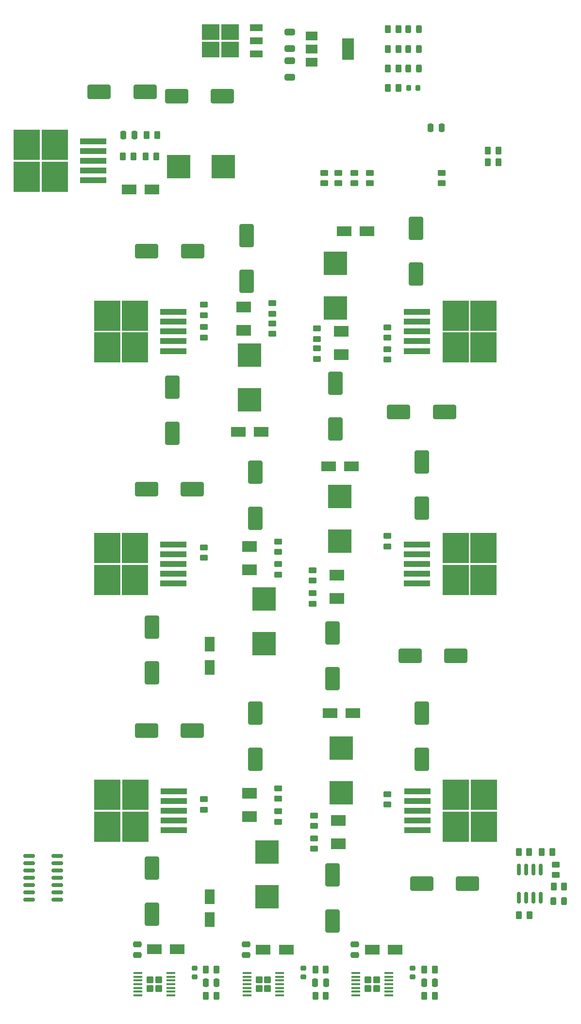
<source format=gtp>
G04 #@! TF.GenerationSoftware,KiCad,Pcbnew,(6.0.5-0)*
G04 #@! TF.CreationDate,2023-01-20T14:12:10+00:00*
G04 #@! TF.ProjectId,pipcb,70697063-622e-46b6-9963-61645f706362,rev?*
G04 #@! TF.SameCoordinates,Original*
G04 #@! TF.FileFunction,Paste,Top*
G04 #@! TF.FilePolarity,Positive*
%FSLAX46Y46*%
G04 Gerber Fmt 4.6, Leading zero omitted, Abs format (unit mm)*
G04 Created by KiCad (PCBNEW (6.0.5-0)) date 2023-01-20 14:12:10*
%MOMM*%
%LPD*%
G01*
G04 APERTURE LIST*
G04 Aperture macros list*
%AMRoundRect*
0 Rectangle with rounded corners*
0 $1 Rounding radius*
0 $2 $3 $4 $5 $6 $7 $8 $9 X,Y pos of 4 corners*
0 Add a 4 corners polygon primitive as box body*
4,1,4,$2,$3,$4,$5,$6,$7,$8,$9,$2,$3,0*
0 Add four circle primitives for the rounded corners*
1,1,$1+$1,$2,$3*
1,1,$1+$1,$4,$5*
1,1,$1+$1,$6,$7*
1,1,$1+$1,$8,$9*
0 Add four rect primitives between the rounded corners*
20,1,$1+$1,$2,$3,$4,$5,0*
20,1,$1+$1,$4,$5,$6,$7,0*
20,1,$1+$1,$6,$7,$8,$9,0*
20,1,$1+$1,$8,$9,$2,$3,0*%
G04 Aperture macros list end*
%ADD10RoundRect,0.250000X-0.450000X0.262500X-0.450000X-0.262500X0.450000X-0.262500X0.450000X0.262500X0*%
%ADD11R,2.500000X1.900000*%
%ADD12R,2.500000X1.800000*%
%ADD13RoundRect,0.250000X1.000000X-1.750000X1.000000X1.750000X-1.000000X1.750000X-1.000000X-1.750000X0*%
%ADD14RoundRect,0.250000X0.450000X-0.262500X0.450000X0.262500X-0.450000X0.262500X-0.450000X-0.262500X0*%
%ADD15RoundRect,0.250000X0.475000X-0.250000X0.475000X0.250000X-0.475000X0.250000X-0.475000X-0.250000X0*%
%ADD16RoundRect,0.250000X-1.000000X1.750000X-1.000000X-1.750000X1.000000X-1.750000X1.000000X1.750000X0*%
%ADD17RoundRect,0.250000X-0.262500X-0.450000X0.262500X-0.450000X0.262500X0.450000X-0.262500X0.450000X0*%
%ADD18RoundRect,0.250000X1.750000X1.000000X-1.750000X1.000000X-1.750000X-1.000000X1.750000X-1.000000X0*%
%ADD19R,4.100000X4.100000*%
%ADD20RoundRect,0.250000X-1.750000X-1.000000X1.750000X-1.000000X1.750000X1.000000X-1.750000X1.000000X0*%
%ADD21RoundRect,0.225000X-0.250000X0.225000X-0.250000X-0.225000X0.250000X-0.225000X0.250000X0.225000X0*%
%ADD22R,4.550000X5.250000*%
%ADD23R,4.600000X1.100000*%
%ADD24RoundRect,0.250000X-0.650000X0.325000X-0.650000X-0.325000X0.650000X-0.325000X0.650000X0.325000X0*%
%ADD25RoundRect,0.250000X-0.250000X-0.475000X0.250000X-0.475000X0.250000X0.475000X-0.250000X0.475000X0*%
%ADD26R,3.050000X2.750000*%
%ADD27R,2.200000X1.200000*%
%ADD28RoundRect,0.243750X0.243750X0.456250X-0.243750X0.456250X-0.243750X-0.456250X0.243750X-0.456250X0*%
%ADD29RoundRect,0.150000X0.150000X-0.825000X0.150000X0.825000X-0.150000X0.825000X-0.150000X-0.825000X0*%
%ADD30RoundRect,0.250001X0.354999X0.374999X-0.354999X0.374999X-0.354999X-0.374999X0.354999X-0.374999X0*%
%ADD31RoundRect,0.100000X0.687500X0.100000X-0.687500X0.100000X-0.687500X-0.100000X0.687500X-0.100000X0*%
%ADD32RoundRect,0.250000X0.650000X-0.325000X0.650000X0.325000X-0.650000X0.325000X-0.650000X-0.325000X0*%
%ADD33RoundRect,0.150000X-0.825000X-0.150000X0.825000X-0.150000X0.825000X0.150000X-0.825000X0.150000X0*%
%ADD34R,2.000000X1.500000*%
%ADD35R,2.000000X3.800000*%
%ADD36RoundRect,0.243750X-0.243750X-0.456250X0.243750X-0.456250X0.243750X0.456250X-0.243750X0.456250X0*%
%ADD37RoundRect,0.250000X0.262500X0.450000X-0.262500X0.450000X-0.262500X-0.450000X0.262500X-0.450000X0*%
%ADD38RoundRect,0.218750X0.218750X0.256250X-0.218750X0.256250X-0.218750X-0.256250X0.218750X-0.256250X0*%
%ADD39R,1.800000X2.500000*%
%ADD40RoundRect,0.250000X0.250000X0.475000X-0.250000X0.475000X-0.250000X-0.475000X0.250000X-0.475000X0*%
G04 APERTURE END LIST*
D10*
X68000000Y-5087500D03*
X68000000Y-6912500D03*
D11*
X63000000Y-32700000D03*
X63000000Y-36800000D03*
X46000000Y-32575000D03*
X46000000Y-28475000D03*
D10*
X51000000Y-31337500D03*
X51000000Y-33162500D03*
D12*
X49387500Y-140500000D03*
X53387500Y-140500000D03*
D13*
X46500000Y-24000000D03*
X46500000Y-16000000D03*
D14*
X39000000Y-72187500D03*
X39000000Y-70362500D03*
D15*
X27387500Y-141450000D03*
X27387500Y-139550000D03*
D16*
X62000000Y-41750000D03*
X62000000Y-49750000D03*
D17*
X39387500Y-144000000D03*
X41212500Y-144000000D03*
X77475000Y-148500000D03*
X79300000Y-148500000D03*
D13*
X76000000Y-22750000D03*
X76000000Y-14750000D03*
D18*
X37000000Y-102275000D03*
X29000000Y-102275000D03*
D13*
X48000000Y-107275000D03*
X48000000Y-99275000D03*
D19*
X63000000Y-105375000D03*
X63000000Y-113175000D03*
D11*
X47000000Y-74325000D03*
X47000000Y-70225000D03*
D17*
X28893750Y-2250000D03*
X30718750Y-2250000D03*
D20*
X20750000Y9000000D03*
X28750000Y9000000D03*
D21*
X56387500Y-143725000D03*
X56387500Y-145275000D03*
D12*
X65000000Y-99275000D03*
X61000000Y-99275000D03*
X30387500Y-140450000D03*
X34387500Y-140450000D03*
D16*
X61500000Y-127500000D03*
X61500000Y-135500000D03*
D14*
X100375000Y-127500000D03*
X100375000Y-125675000D03*
D19*
X34600000Y-4000000D03*
X42400000Y-4000000D03*
D10*
X65250000Y-5087500D03*
X65250000Y-6912500D03*
D22*
X87800000Y-76025000D03*
X82950000Y-70475000D03*
X82950000Y-76025000D03*
X87800000Y-70475000D03*
D23*
X76225000Y-69850000D03*
X76225000Y-71550000D03*
X76225000Y-73250000D03*
X76225000Y-74950000D03*
X76225000Y-76650000D03*
D12*
X29950000Y-8000000D03*
X25950000Y-8000000D03*
D10*
X52000000Y-112362500D03*
X52000000Y-114187500D03*
D24*
X54000000Y14475000D03*
X54000000Y11525000D03*
D20*
X75000000Y-89275000D03*
X83000000Y-89275000D03*
D25*
X39350000Y-146250000D03*
X41250000Y-146250000D03*
D14*
X71000000Y-115187500D03*
X71000000Y-113362500D03*
D26*
X40225000Y19437500D03*
X43575000Y16387500D03*
X43575000Y19437500D03*
X40225000Y16387500D03*
D27*
X48200000Y15632500D03*
X48200000Y17912500D03*
X48200000Y20192500D03*
D11*
X47000000Y-117325000D03*
X47000000Y-113225000D03*
D17*
X58475000Y-144000000D03*
X60300000Y-144000000D03*
D19*
X62750000Y-61500000D03*
X62750000Y-69300000D03*
D28*
X76500000Y13083334D03*
X74625000Y13083334D03*
D29*
X93970000Y-131475000D03*
X95240000Y-131475000D03*
X96510000Y-131475000D03*
X97780000Y-131475000D03*
X97780000Y-126525000D03*
X96510000Y-126525000D03*
X95240000Y-126525000D03*
X93970000Y-126525000D03*
D13*
X77000000Y-107275000D03*
X77000000Y-99275000D03*
D22*
X27050000Y-113500000D03*
X22200000Y-113500000D03*
X22200000Y-119050000D03*
X27050000Y-119050000D03*
D23*
X33775000Y-119675000D03*
X33775000Y-117975000D03*
X33775000Y-116275000D03*
X33775000Y-114575000D03*
X33775000Y-112875000D03*
D14*
X71000000Y-70187500D03*
X71000000Y-68362500D03*
D22*
X22150000Y-76050000D03*
X27000000Y-76050000D03*
X22150000Y-70500000D03*
X27000000Y-70500000D03*
D23*
X33725000Y-76675000D03*
X33725000Y-74975000D03*
X33725000Y-73275000D03*
X33725000Y-71575000D03*
X33725000Y-69875000D03*
D11*
X62500000Y-117950000D03*
X62500000Y-122050000D03*
D10*
X52000000Y-73275000D03*
X52000000Y-75100000D03*
D19*
X62000000Y-20850000D03*
X62000000Y-28650000D03*
D17*
X71127500Y19916666D03*
X72952500Y19916666D03*
X94000000Y-134500000D03*
X95825000Y-134500000D03*
D20*
X77000000Y-129000000D03*
X85000000Y-129000000D03*
D18*
X42250000Y8250000D03*
X34250000Y8250000D03*
D10*
X39050000Y-31975000D03*
X39050000Y-33800000D03*
D13*
X77000000Y-63500000D03*
X77000000Y-55500000D03*
D30*
X67637500Y-145725000D03*
X69137500Y-147275000D03*
X67637500Y-147275000D03*
X69137500Y-145725000D03*
D31*
X71250000Y-148450000D03*
X71250000Y-147800000D03*
X71250000Y-147150000D03*
X71250000Y-146500000D03*
X71250000Y-145850000D03*
X71250000Y-145200000D03*
X71250000Y-144550000D03*
X65525000Y-144550000D03*
X65525000Y-145200000D03*
X65525000Y-145850000D03*
X65525000Y-146500000D03*
X65525000Y-147150000D03*
X65525000Y-147800000D03*
X65525000Y-148450000D03*
D32*
X54000000Y16525000D03*
X54000000Y19475000D03*
D25*
X25000000Y1500000D03*
X26900000Y1500000D03*
D16*
X33550000Y-42475000D03*
X33550000Y-50475000D03*
D14*
X58750000Y-37537500D03*
X58750000Y-35712500D03*
D19*
X47000000Y-44650000D03*
X47000000Y-36850000D03*
D22*
X22150000Y-35525000D03*
X27000000Y-29975000D03*
X27000000Y-35525000D03*
X22150000Y-29975000D03*
D23*
X33725000Y-36150000D03*
X33725000Y-34450000D03*
X33725000Y-32750000D03*
X33725000Y-31050000D03*
X33725000Y-29350000D03*
D10*
X52000000Y-69362500D03*
X52000000Y-71187500D03*
D14*
X39000000Y-116100000D03*
X39000000Y-114275000D03*
D22*
X82950000Y-29975000D03*
X87800000Y-29975000D03*
X82950000Y-35525000D03*
X87800000Y-35525000D03*
D23*
X76225000Y-29350000D03*
X76225000Y-31050000D03*
X76225000Y-32750000D03*
X76225000Y-34450000D03*
X76225000Y-36150000D03*
D12*
X67500000Y-15250000D03*
X63500000Y-15250000D03*
D30*
X48637500Y-145725000D03*
X50137500Y-147275000D03*
X50137500Y-145725000D03*
X48637500Y-147275000D03*
D31*
X52250000Y-148450000D03*
X52250000Y-147800000D03*
X52250000Y-147150000D03*
X52250000Y-146500000D03*
X52250000Y-145850000D03*
X52250000Y-145200000D03*
X52250000Y-144550000D03*
X46525000Y-144550000D03*
X46525000Y-145200000D03*
X46525000Y-145850000D03*
X46525000Y-146500000D03*
X46525000Y-147150000D03*
X46525000Y-147800000D03*
X46525000Y-148450000D03*
D10*
X52000000Y-116362500D03*
X52000000Y-118187500D03*
D17*
X93962500Y-123500000D03*
X95787500Y-123500000D03*
D33*
X8525000Y-124190000D03*
X8525000Y-125460000D03*
X8525000Y-126730000D03*
X8525000Y-128000000D03*
X8525000Y-129270000D03*
X8525000Y-130540000D03*
X8525000Y-131810000D03*
X13475000Y-131810000D03*
X13475000Y-130540000D03*
X13475000Y-129270000D03*
X13475000Y-128000000D03*
X13475000Y-126730000D03*
X13475000Y-125460000D03*
X13475000Y-124190000D03*
D18*
X37050000Y-18750000D03*
X29050000Y-18750000D03*
D12*
X68387500Y-140500000D03*
X72387500Y-140500000D03*
D15*
X46387500Y-141450000D03*
X46387500Y-139550000D03*
D14*
X58750000Y-34037500D03*
X58750000Y-32212500D03*
D16*
X30000000Y-126275000D03*
X30000000Y-134275000D03*
D22*
X8150000Y-225000D03*
X13000000Y-5775000D03*
X13000000Y-225000D03*
X8150000Y-5775000D03*
D23*
X19725000Y-6400000D03*
X19725000Y-4700000D03*
X19725000Y-3000000D03*
X19725000Y-1300000D03*
X19725000Y400000D03*
D34*
X57850000Y18800000D03*
X57850000Y16500000D03*
D35*
X64150000Y16500000D03*
D34*
X57850000Y14200000D03*
D19*
X49500000Y-87175000D03*
X49500000Y-79375000D03*
D17*
X39387500Y-148500000D03*
X41212500Y-148500000D03*
D36*
X100000000Y-132000000D03*
X101875000Y-132000000D03*
D37*
X72952500Y13083334D03*
X71127500Y13083334D03*
D10*
X71000000Y-35837500D03*
X71000000Y-37662500D03*
D25*
X58437500Y-146250000D03*
X60337500Y-146250000D03*
D22*
X87850000Y-113500000D03*
X83000000Y-119050000D03*
X83000000Y-113500000D03*
X87850000Y-119050000D03*
D23*
X76275000Y-112875000D03*
X76275000Y-114575000D03*
X76275000Y-116275000D03*
X76275000Y-117975000D03*
X76275000Y-119675000D03*
D20*
X73000000Y-46750000D03*
X81000000Y-46750000D03*
D28*
X76500000Y16500000D03*
X74625000Y16500000D03*
D38*
X76350000Y9666666D03*
X74775000Y9666666D03*
D30*
X29637500Y-147275000D03*
X29637500Y-145725000D03*
X31137500Y-145725000D03*
X31137500Y-147275000D03*
D31*
X33250000Y-148450000D03*
X33250000Y-147800000D03*
X33250000Y-147150000D03*
X33250000Y-146500000D03*
X33250000Y-145850000D03*
X33250000Y-145200000D03*
X33250000Y-144550000D03*
X27525000Y-144550000D03*
X27525000Y-145200000D03*
X27525000Y-145850000D03*
X27525000Y-146500000D03*
X27525000Y-147150000D03*
X27525000Y-147800000D03*
X27525000Y-148450000D03*
D14*
X71000000Y-33825000D03*
X71000000Y-32000000D03*
D10*
X51000000Y-27837500D03*
X51000000Y-29662500D03*
D25*
X77437500Y-146250000D03*
X79337500Y-146250000D03*
D11*
X62250000Y-75225000D03*
X62250000Y-79325000D03*
D17*
X88587500Y-1250000D03*
X90412500Y-1250000D03*
D13*
X48000000Y-65275000D03*
X48000000Y-57275000D03*
D16*
X30000000Y-84275000D03*
X30000000Y-92275000D03*
D37*
X90412500Y-3250000D03*
X88587500Y-3250000D03*
D14*
X58250000Y-122912500D03*
X58250000Y-121087500D03*
D17*
X97962500Y-123500000D03*
X99787500Y-123500000D03*
D39*
X40000000Y-87275000D03*
X40000000Y-91275000D03*
D14*
X58000000Y-80187500D03*
X58000000Y-78362500D03*
D10*
X80500000Y-5087500D03*
X80500000Y-6912500D03*
D19*
X50000000Y-131275000D03*
X50000000Y-123475000D03*
D14*
X58000000Y-76187500D03*
X58000000Y-74362500D03*
D12*
X45000000Y-50250000D03*
X49000000Y-50250000D03*
D14*
X39050000Y-29887500D03*
X39050000Y-28062500D03*
D17*
X77475000Y-144000000D03*
X79300000Y-144000000D03*
X29037500Y1500000D03*
X30862500Y1500000D03*
D37*
X26718750Y-2250000D03*
X24893750Y-2250000D03*
D36*
X74665000Y19916666D03*
X76540000Y19916666D03*
D18*
X37000000Y-60275000D03*
X29000000Y-60275000D03*
D37*
X72952500Y9666666D03*
X71127500Y9666666D03*
D14*
X58250000Y-118912500D03*
X58250000Y-117087500D03*
D21*
X37387500Y-143725000D03*
X37387500Y-145275000D03*
D10*
X60000000Y-5087500D03*
X60000000Y-6912500D03*
D37*
X72952500Y16500000D03*
X71127500Y16500000D03*
D16*
X61500000Y-85275000D03*
X61500000Y-93275000D03*
D39*
X40000000Y-131275000D03*
X40000000Y-135275000D03*
D21*
X75387500Y-143725000D03*
X75387500Y-145275000D03*
D37*
X101875000Y-129500000D03*
X100050000Y-129500000D03*
D17*
X58475000Y-148500000D03*
X60300000Y-148500000D03*
D15*
X65387500Y-141450000D03*
X65387500Y-139550000D03*
D40*
X80500000Y2750000D03*
X78600000Y2750000D03*
D10*
X62500000Y-5087500D03*
X62500000Y-6912500D03*
D12*
X64750000Y-56250000D03*
X60750000Y-56250000D03*
M02*

</source>
